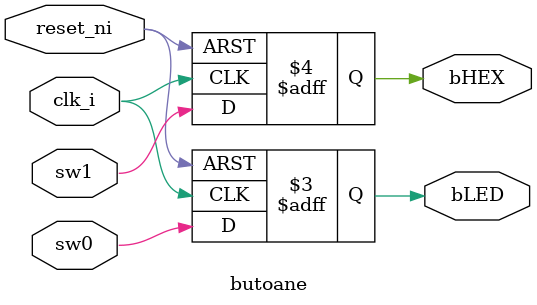
<source format=sv>
module butoane(
    input clk_i,
    input reset_ni,
    input sw0,
    input sw1,
    output reg bLED,
    output reg bHEX
);


	// ======================================
	// ATRIBUIRE SEMNALE BUTOANE CĂTRE IEȘIRI
	// ======================================

always @(posedge clk_i or negedge reset_ni) begin
    if (!reset_ni) begin
        bLED <= 0;
        bHEX <= 0;
    end else begin
        bLED <= sw0;
        bHEX <= sw1;
    end
end

endmodule

</source>
